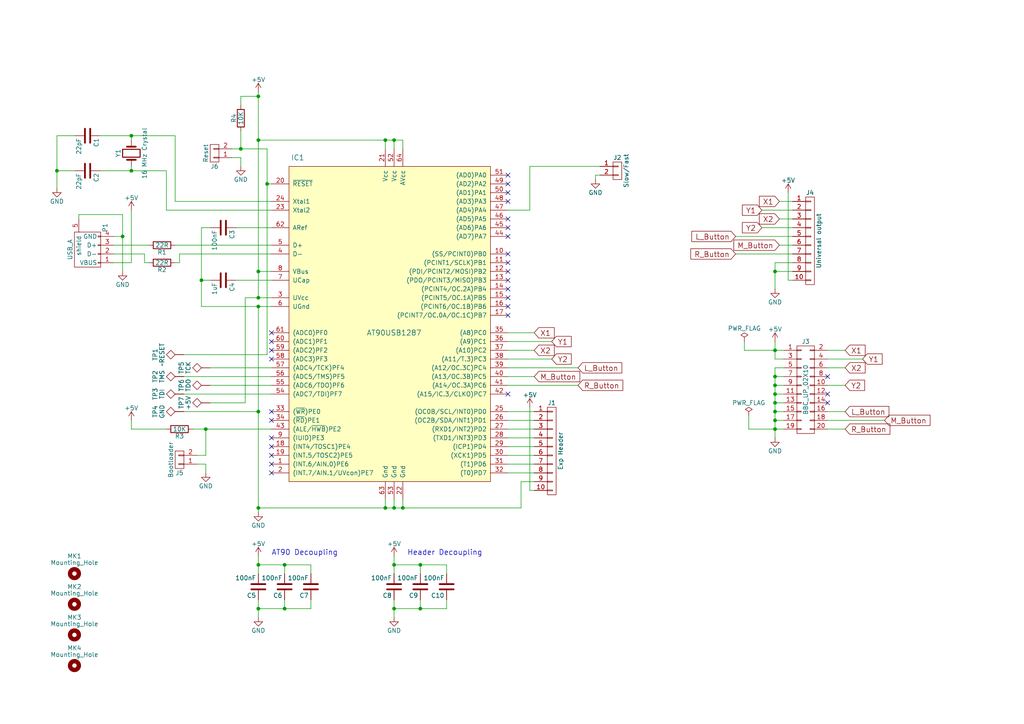
<source format=kicad_sch>
(kicad_sch (version 20230121) (generator eeschema)
  (paper "A4")
  (title_block (title "SmallyMouse2") (date "2017-02-16") (rev "2.0") (company "http://www.WaitingForFriday.com") (comment 1 "(c)2017 Simon Inns") (comment 2 "License: Attribution-ShareAlike 4.0 International (CC BY-SA 4.0)"))
  (lib_symbols
    (symbol "SmallyMouse2-rescue:+5V" (power) (pin_names (offset 0))
      (property "Value" "+5V" (at 0 3.556 0))
      (symbol "+5V_0_1"
        (polyline (pts (xy -0.762 1.27) (xy 0 2.54)))
        (polyline (pts (xy 0 0) (xy 0 2.54)))
        (polyline (pts (xy 0 2.54) (xy 0.762 1.27)))
      )
      (symbol "+5V_1_1"
        (pin power_in line (at 0 0 90) (length 0) hide (name "+5V") (number "1"))
      )
    )
    (symbol "SmallyMouse2-rescue:AT90USB1287-RESCUE-SmallyMouse2" (pin_names (offset 1.016))
      (property "Reference" "IC" (at -27.94 48.26 0))
      (property "Value" "AT90USB1287-RESCUE-SmallyMouse2" (at 0 -2.54 0))
      (symbol "AT90USB1287-RESCUE-SmallyMouse2_0_1"
        (rectangle (start -30.48 45.72) (end 27.94 -45.72) (fill (type background)))
      )
      (symbol "AT90USB1287-RESCUE-SmallyMouse2_1_1"
        (pin bidirectional line (at -35.56 -40.64 0) (length 5.08) (name "(INT.6/AIN.0)PE6") (number "1"))
        (pin bidirectional line (at 33.02 20.32 180) (length 5.08) (name "(SS/PCINT0)PB0") (number "10"))
        (pin bidirectional line (at 33.02 17.78 180) (length 5.08) (name "(PCINT1/SCLK)PB1") (number "11"))
        (pin bidirectional line (at 33.02 15.24 180) (length 5.08) (name "(PDI/PCINT2/MOSI)PB2") (number "12"))
        (pin bidirectional line (at 33.02 12.7 180) (length 5.08) (name "(PDO/PCINT3/MISO)PB3") (number "13"))
        (pin bidirectional line (at 33.02 10.16 180) (length 5.08) (name "(PCINT4/OC.2A)PB4") (number "14"))
        (pin bidirectional line (at 33.02 7.62 180) (length 5.08) (name "(PCINT5/OC.1A)PB5") (number "15"))
        (pin bidirectional line (at 33.02 5.08 180) (length 5.08) (name "(PCINT6/OC.1B)PB6") (number "16"))
        (pin bidirectional line (at 33.02 2.54 180) (length 5.08) (name "(PCINT7/OC.0A/OC.1C)PB7") (number "17"))
        (pin bidirectional line (at -35.56 -35.56 0) (length 5.08) (name "(INT4/TOSC1)PE4") (number "18"))
        (pin bidirectional line (at -35.56 -38.1 0) (length 5.08) (name "(INT.5/TOSC2)PE5") (number "19"))
        (pin bidirectional line (at -35.56 -43.18 0) (length 5.08) (name "(INT.7/AIN.1/UVcon)PE7") (number "2"))
        (pin input line (at -35.56 40.64 0) (length 5.08) (name "~{RESET}") (number "20"))
        (pin power_in line (at -2.54 50.8 270) (length 5.08) (name "Vcc") (number "21"))
        (pin power_in line (at 2.54 -50.8 90) (length 5.08) (name "Gnd") (number "22"))
        (pin input line (at -35.56 33.02 0) (length 5.08) (name "Xtal2") (number "23"))
        (pin input line (at -35.56 35.56 0) (length 5.08) (name "Xtal1") (number "24"))
        (pin bidirectional line (at 33.02 -25.4 180) (length 5.08) (name "(OC0B/SCL/INT0)PD0") (number "25"))
        (pin bidirectional line (at 33.02 -27.94 180) (length 5.08) (name "(OC2B/SDA/INT1)PD1") (number "26"))
        (pin bidirectional line (at 33.02 -30.48 180) (length 5.08) (name "(RXD1/INT2)PD2") (number "27"))
        (pin bidirectional line (at 33.02 -33.02 180) (length 5.08) (name "(TXD1/INT3)PD3") (number "28"))
        (pin bidirectional line (at 33.02 -35.56 180) (length 5.08) (name "(ICP1)PD4") (number "29"))
        (pin power_in line (at -35.56 7.62 0) (length 5.08) (name "UVcc") (number "3"))
        (pin bidirectional line (at 33.02 -38.1 180) (length 5.08) (name "(XCK1)PD5") (number "30"))
        (pin bidirectional line (at 33.02 -40.64 180) (length 5.08) (name "(T1)PD6") (number "31"))
        (pin bidirectional line (at 33.02 -43.18 180) (length 5.08) (name "(T0)PD7") (number "32"))
        (pin bidirectional line (at -35.56 -25.4 0) (length 5.08) (name "(~{WR})PE0") (number "33"))
        (pin bidirectional line (at -35.56 -27.94 0) (length 5.08) (name "(~{RD})PE1") (number "34"))
        (pin bidirectional line (at 33.02 -2.54 180) (length 5.08) (name "(A8)PC0") (number "35"))
        (pin bidirectional line (at 33.02 -5.08 180) (length 5.08) (name "(A9)PC1") (number "36"))
        (pin bidirectional line (at 33.02 -7.62 180) (length 5.08) (name "(A10)PC2") (number "37"))
        (pin bidirectional line (at 33.02 -10.16 180) (length 5.08) (name "(A11/T.3)PC3") (number "38"))
        (pin bidirectional line (at 33.02 -12.7 180) (length 5.08) (name "(A12/OC.3C)PC4") (number "39"))
        (pin bidirectional line (at -35.56 20.32 0) (length 5.08) (name "D-") (number "4"))
        (pin bidirectional line (at 33.02 -15.24 180) (length 5.08) (name "(A13/OC.3B)PC5") (number "40"))
        (pin bidirectional line (at 33.02 -17.78 180) (length 5.08) (name "(A14/OC.3A)PC6") (number "41"))
        (pin bidirectional line (at 33.02 -20.32 180) (length 5.08) (name "(A15/IC.3/CLKO)PC7") (number "42"))
        (pin bidirectional line (at -35.56 -30.48 0) (length 5.08) (name "(ALE/~{HWB})PE2") (number "43"))
        (pin bidirectional line (at 33.02 25.4 180) (length 5.08) (name "(AD7)PA7") (number "44"))
        (pin bidirectional line (at 33.02 27.94 180) (length 5.08) (name "(AD6)PA6") (number "45"))
        (pin bidirectional line (at 33.02 30.48 180) (length 5.08) (name "(AD5)PA5") (number "46"))
        (pin bidirectional line (at 33.02 33.02 180) (length 5.08) (name "(AD4)PA4") (number "47"))
        (pin bidirectional line (at 33.02 35.56 180) (length 5.08) (name "(AD3)PA3") (number "48"))
        (pin bidirectional line (at 33.02 40.64 180) (length 5.08) (name "(AD2)PA2") (number "49"))
        (pin bidirectional line (at -35.56 22.86 0) (length 5.08) (name "D+") (number "5"))
        (pin bidirectional line (at 33.02 38.1 180) (length 5.08) (name "(AD1)PA1") (number "50"))
        (pin bidirectional line (at 33.02 43.18 180) (length 5.08) (name "(AD0)PA0") (number "51"))
        (pin power_in line (at 0 50.8 270) (length 5.08) (name "Vcc") (number "52"))
        (pin power_in line (at 0 -50.8 90) (length 5.08) (name "Gnd") (number "53"))
        (pin bidirectional line (at -35.56 -20.32 0) (length 5.08) (name "(ADC7/TDI)PF7") (number "54"))
        (pin bidirectional line (at -35.56 -17.78 0) (length 5.08) (name "(ADC6/TDO)PF6") (number "55"))
        (pin bidirectional line (at -35.56 -15.24 0) (length 5.08) (name "(ADC5/TMS)PF5") (number "56"))
        (pin bidirectional line (at -35.56 -12.7 0) (length 5.08) (name "(ADC4/TCK)PF4") (number "57"))
        (pin bidirectional line (at -35.56 -10.16 0) (length 5.08) (name "(ADC3)PF3") (number "58"))
        (pin bidirectional line (at -35.56 -7.62 0) (length 5.08) (name "(ADC2)PF2") (number "59"))
        (pin power_in line (at -35.56 5.08 0) (length 5.08) (name "UGnd") (number "6"))
        (pin bidirectional line (at -35.56 -5.08 0) (length 5.08) (name "(ADC1)PF1") (number "60"))
        (pin bidirectional line (at -35.56 -2.54 0) (length 5.08) (name "(ADC0)PF0") (number "61"))
        (pin input line (at -35.56 27.94 0) (length 5.08) (name "ARef") (number "62"))
        (pin power_in line (at -2.54 -50.8 90) (length 5.08) (name "Gnd") (number "63"))
        (pin power_in line (at 2.54 50.8 270) (length 5.08) (name "AVcc") (number "64"))
        (pin bidirectional line (at -35.56 12.7 0) (length 5.08) (name "UCap") (number "7"))
        (pin power_in line (at -35.56 15.24 0) (length 5.08) (name "VBus") (number "8"))
        (pin bidirectional line (at -35.56 -33.02 0) (length 5.08) (name "(IUID)PE3") (number "9"))
      )
    )
    (symbol "SmallyMouse2-rescue:C" (pin_numbers hide) (pin_names (offset 0.254))
      (property "Reference" "C" (at 0.635 2.54 0))
      (property "Value" "C" (at 0.635 -2.54 0))
      (symbol "C_0_1"
        (polyline (pts (xy -2.032 -0.762) (xy 2.032 -0.762)) (stroke (width 0.508)))
        (polyline (pts (xy -2.032 0.762) (xy 2.032 0.762)) (stroke (width 0.508)))
      )
      (symbol "C_1_1"
        (pin passive line (at 0 3.81 270) (length 2.794) (name "~") (number "1"))
        (pin passive line (at 0 -3.81 90) (length 2.794) (name "~") (number "2"))
      )
    )
    (symbol "SmallyMouse2-rescue:CONN_01X02" (pin_names (offset 1.016) hide)
      (property "Reference" "J" (at 0 3.81 0))
      (property "Value" "CONN_01X02" (at 2.54 0 90))
      (symbol "CONN_01X02_0_1"
        (rectangle (start -1.27 -1.143) (end 0.254 -1.397))
        (rectangle (start -1.27 1.397) (end 0.254 1.143))
        (rectangle (start -1.27 2.54) (end 1.27 -2.54))
      )
      (symbol "CONN_01X02_1_1"
        (pin passive line (at -5.08 1.27 0) (length 3.81) (name "P1") (number "1"))
        (pin passive line (at -5.08 -1.27 0) (length 3.81) (name "P2") (number "2"))
      )
    )
    (symbol "SmallyMouse2-rescue:CONN_01X10" (pin_names (offset 1.016) hide)
      (property "Reference" "J" (at 0 13.97 0))
      (property "Value" "CONN_01X10" (at 2.54 0 90))
      (symbol "CONN_01X10_0_1"
        (rectangle (start -1.27 -11.303) (end 0.254 -11.557))
        (rectangle (start -1.27 -8.763) (end 0.254 -9.017))
        (rectangle (start -1.27 -6.223) (end 0.254 -6.477))
        (rectangle (start -1.27 -3.683) (end 0.254 -3.937))
        (rectangle (start -1.27 -1.143) (end 0.254 -1.397))
        (rectangle (start -1.27 1.397) (end 0.254 1.143))
        (rectangle (start -1.27 3.937) (end 0.254 3.683))
        (rectangle (start -1.27 6.477) (end 0.254 6.223))
        (rectangle (start -1.27 9.017) (end 0.254 8.763))
        (rectangle (start -1.27 11.557) (end 0.254 11.303))
        (rectangle (start -1.27 12.7) (end 1.27 -12.7))
      )
      (symbol "CONN_01X10_1_1"
        (pin passive line (at -5.08 11.43 0) (length 3.81) (name "P1") (number "1"))
        (pin passive line (at -5.08 -11.43 0) (length 3.81) (name "P10") (number "10"))
        (pin passive line (at -5.08 8.89 0) (length 3.81) (name "P2") (number "2"))
        (pin passive line (at -5.08 6.35 0) (length 3.81) (name "P3") (number "3"))
        (pin passive line (at -5.08 3.81 0) (length 3.81) (name "P4") (number "4"))
        (pin passive line (at -5.08 1.27 0) (length 3.81) (name "P5") (number "5"))
        (pin passive line (at -5.08 -1.27 0) (length 3.81) (name "P6") (number "6"))
        (pin passive line (at -5.08 -3.81 0) (length 3.81) (name "P7") (number "7"))
        (pin passive line (at -5.08 -6.35 0) (length 3.81) (name "P8") (number "8"))
        (pin passive line (at -5.08 -8.89 0) (length 3.81) (name "P9") (number "9"))
      )
    )
    (symbol "SmallyMouse2-rescue:CONN_02X10" (pin_names (offset 0.0254) hide)
      (property "Reference" "J" (at 0 13.97 0))
      (property "Value" "CONN_02X10" (at 0 0 90))
      (symbol "CONN_02X10_0_1"
        (rectangle (start -2.54 -11.303) (end -1.27 -11.557))
        (rectangle (start -2.54 -8.763) (end -1.27 -9.017))
        (rectangle (start -2.54 -6.223) (end -1.27 -6.477))
        (rectangle (start -2.54 -3.683) (end -1.27 -3.937))
        (rectangle (start -2.54 -1.143) (end -1.27 -1.397))
        (rectangle (start -2.54 1.397) (end -1.27 1.143))
        (rectangle (start -2.54 3.937) (end -1.27 3.683))
        (rectangle (start -2.54 6.477) (end -1.27 6.223))
        (rectangle (start -2.54 9.017) (end -1.27 8.763))
        (rectangle (start -2.54 11.557) (end -1.27 11.303))
        (rectangle (start -2.54 12.7) (end 2.54 -12.7))
        (rectangle (start 1.27 -11.303) (end 2.54 -11.557))
        (rectangle (start 1.27 -8.763) (end 2.54 -9.017))
        (rectangle (start 1.27 -6.223) (end 2.54 -6.477))
        (rectangle (start 1.27 -3.683) (end 2.54 -3.937))
        (rectangle (start 1.27 -1.143) (end 2.54 -1.397))
        (rectangle (start 1.27 1.397) (end 2.54 1.143))
        (rectangle (start 1.27 3.937) (end 2.54 3.683))
        (rectangle (start 1.27 6.477) (end 2.54 6.223))
        (rectangle (start 1.27 9.017) (end 2.54 8.763))
        (rectangle (start 1.27 11.557) (end 2.54 11.303))
      )
      (symbol "CONN_02X10_1_1"
        (pin passive line (at -6.35 11.43 0) (length 3.81) (name "P1") (number "1"))
        (pin passive line (at 6.35 1.27 180) (length 3.81) (name "P10") (number "10"))
        (pin passive line (at -6.35 -1.27 0) (length 3.81) (name "P11") (number "11"))
        (pin passive line (at 6.35 -1.27 180) (length 3.81) (name "P12") (number "12"))
        (pin passive line (at -6.35 -3.81 0) (length 3.81) (name "P13") (number "13"))
        (pin passive line (at 6.35 -3.81 180) (length 3.81) (name "P14") (number "14"))
        (pin passive line (at -6.35 -6.35 0) (length 3.81) (name "P15") (number "15"))
        (pin passive line (at 6.35 -6.35 180) (length 3.81) (name "P16") (number "16"))
        (pin passive line (at -6.35 -8.89 0) (length 3.81) (name "P17") (number "17"))
        (pin passive line (at 6.35 -8.89 180) (length 3.81) (name "P18") (number "18"))
        (pin passive line (at -6.35 -11.43 0) (length 3.81) (name "P19") (number "19"))
        (pin passive line (at 6.35 11.43 180) (length 3.81) (name "P2") (number "2"))
        (pin passive line (at 6.35 -11.43 180) (length 3.81) (name "P20") (number "20"))
        (pin passive line (at -6.35 8.89 0) (length 3.81) (name "P3") (number "3"))
        (pin passive line (at 6.35 8.89 180) (length 3.81) (name "P4") (number "4"))
        (pin passive line (at -6.35 6.35 0) (length 3.81) (name "P5") (number "5"))
        (pin passive line (at 6.35 6.35 180) (length 3.81) (name "P6") (number "6"))
        (pin passive line (at -6.35 3.81 0) (length 3.81) (name "P7") (number "7"))
        (pin passive line (at 6.35 3.81 180) (length 3.81) (name "P8") (number "8"))
        (pin passive line (at -6.35 1.27 0) (length 3.81) (name "P9") (number "9"))
      )
    )
    (symbol "SmallyMouse2-rescue:Crystal" (pin_numbers hide) (pin_names (offset 1.016) hide)
      (property "Reference" "Y" (at 0 3.81 0))
      (property "Value" "Crystal" (at 0 -3.81 0))
      (symbol "Crystal_0_1"
        (rectangle (start -1.143 2.54) (end 1.143 -2.54) (stroke (width 0.3048)))
        (polyline (pts (xy -2.54 0) (xy -1.905 0)))
        (polyline (pts (xy -1.905 -1.27) (xy -1.905 1.27)) (stroke (width 0.508)))
        (polyline (pts (xy 1.905 -1.27) (xy 1.905 1.27)) (stroke (width 0.508)))
        (polyline (pts (xy 2.54 0) (xy 1.905 0)))
      )
      (symbol "Crystal_1_1"
        (pin passive line (at -3.81 0 0) (length 1.27) (name "1") (number "1"))
        (pin passive line (at 3.81 0 180) (length 1.27) (name "2") (number "2"))
      )
    )
    (symbol "SmallyMouse2-rescue:GND" (power) (pin_names (offset 0))
      (property "Value" "GND" (at 0 -3.81 0))
      (symbol "GND_0_1"
        (polyline (pts (xy 0 0) (xy 0 -1.27) (xy 1.27 -1.27) (xy 0 -2.54) (xy -1.27 -1.27) (xy 0 -1.27)))
      )
      (symbol "GND_1_1"
        (pin power_in line (at 0 0 270) (length 0) hide (name "GND") (number "1"))
      )
    )
    (symbol "SmallyMouse2-rescue:Mounting_Hole" (pin_names (offset 1.016))
      (property "Reference" "MK" (at 0 5.08 0))
      (property "Value" "Mounting_Hole" (at 0 3.175 0))
      (symbol "Mounting_Hole_0_1"
        (circle (center 0 0) (radius 1.27) (stroke (width 1.27)))
      )
    )
    (symbol "SmallyMouse2-rescue:PWR_FLAG" (power) (pin_numbers hide) (pin_names (offset 0) hide)
      (property "Value" "PWR_FLAG" (at 0 3.81 0))
      (symbol "PWR_FLAG_0_0"
        (pin power_out line (at 0 0 90) (length 0) (name "pwr") (number "1"))
      )
      (symbol "PWR_FLAG_0_1"
        (polyline (pts (xy 0 0) (xy 0 1.27) (xy -1.016 1.905) (xy 0 2.54) (xy 1.016 1.905) (xy 0 1.27)))
      )
    )
    (symbol "SmallyMouse2-rescue:R" (pin_numbers hide) (pin_names (offset 0))
      (property "Reference" "R" (at 2.032 0 90))
      (property "Value" "R" (at 0 0 90))
      (symbol "R_0_1"
        (rectangle (start -1.016 -2.54) (end 1.016 2.54) (stroke (width 0.254)))
      )
      (symbol "R_1_1"
        (pin passive line (at 0 3.81 270) (length 1.27) (name "~") (number "1"))
        (pin passive line (at 0 -3.81 90) (length 1.27) (name "~") (number "2"))
      )
    )
    (symbol "SmallyMouse2-rescue:TEST" (pin_numbers hide) (pin_names (offset 1.016) hide)
      (property "Reference" "TP" (at 0 7.62 0))
      (property "Value" "TEST" (at 0 6.35 0))
      (symbol "TEST_0_1"
        (polyline (pts (xy 0 5.08) (xy -1.27 3.81) (xy 0 2.54) (xy 1.27 3.81) (xy 0 5.08) (xy 0 5.08)))
      )
      (symbol "TEST_1_1"
        (pin passive line (at 0 0 90) (length 2.54) (name "~") (number "1"))
      )
    )
    (symbol "SmallyMouse2-rescue:USB_A-RESCUE-SmallyMouse2" (pin_names (offset 1.016))
      (property "Reference" "P" (at 5.08 -5.08 0))
      (property "Value" "USB_A-RESCUE-SmallyMouse2" (at -1.27 5.08 0))
      (symbol "USB_A-RESCUE-SmallyMouse2_0_1"
        (rectangle (start -6.35 -3.81) (end 3.81 3.81))
        (rectangle (start -5.207 -3.81) (end -4.953 -3.048))
        (rectangle (start -2.667 -3.81) (end -2.413 -3.048))
        (rectangle (start -0.127 -3.81) (end 0.127 -3.048))
        (rectangle (start 2.413 -3.81) (end 2.667 -3.048))
      )
      (symbol "USB_A-RESCUE-SmallyMouse2_1_1"
        (pin power_in line (at -5.08 -7.62 90) (length 3.81) (name "VBUS") (number "1"))
        (pin passive line (at -2.54 -7.62 90) (length 3.81) (name "D-") (number "2"))
        (pin passive line (at 0 -7.62 90) (length 3.81) (name "D+") (number "3"))
        (pin power_in line (at 2.54 -7.62 90) (length 3.81) (name "GND") (number "4"))
        (pin passive line (at 7.62 2.54 180) (length 3.81) (name "shield") (number "5"))
      )
    )
  )
  (junction (at 74.93 163.83))
  (junction (at 114.3 147.32))
  (junction (at 224.79 114.3))
  (junction (at 114.3 40.64))
  (junction (at 224.79 78.74))
  (junction (at 224.79 116.84))
  (junction (at 121.92 176.53))
  (junction (at 58.42 81.28))
  (junction (at 74.93 86.36))
  (junction (at 38.1 39.37))
  (junction (at 82.55 176.53))
  (junction (at 224.79 101.6))
  (junction (at 59.69 124.46))
  (junction (at 224.79 119.38))
  (junction (at 111.76 40.64))
  (junction (at 69.85 43.18))
  (junction (at 74.93 147.32))
  (junction (at 74.93 78.74))
  (junction (at 224.79 109.22))
  (junction (at 82.55 163.83))
  (junction (at 224.79 121.92))
  (junction (at 77.47 53.34))
  (junction (at 116.84 147.32))
  (junction (at 35.56 68.58))
  (junction (at 74.93 40.64))
  (junction (at 74.93 119.38))
  (junction (at 111.76 147.32))
  (junction (at 224.79 124.46))
  (junction (at 16.51 49.53))
  (junction (at 38.1 49.53))
  (junction (at 74.93 176.53))
  (junction (at 74.93 27.94))
  (junction (at 114.3 176.53))
  (junction (at 224.79 111.76))
  (junction (at 74.93 88.9))
  (junction (at 121.92 163.83))
  (junction (at 114.3 163.83))
  (no_connect (at 78.74 96.52))
  (no_connect (at 147.32 66.04))
  (no_connect (at 78.74 99.06))
  (no_connect (at 240.03 109.22))
  (no_connect (at 147.32 68.58))
  (no_connect (at 78.74 134.62))
  (no_connect (at 78.74 104.14))
  (no_connect (at 147.32 53.34))
  (no_connect (at 147.32 63.5))
  (no_connect (at 78.74 137.16))
  (no_connect (at 147.32 58.42))
  (no_connect (at 147.32 73.66))
  (no_connect (at 147.32 76.2))
  (no_connect (at 147.32 88.9))
  (no_connect (at 78.74 132.08))
  (no_connect (at 147.32 86.36))
  (no_connect (at 147.32 55.88))
  (no_connect (at 147.32 81.28))
  (no_connect (at 147.32 114.3))
  (no_connect (at 147.32 78.74))
  (no_connect (at 78.74 101.6))
  (no_connect (at 78.74 121.92))
  (no_connect (at 78.74 119.38))
  (no_connect (at 147.32 91.44))
  (no_connect (at 78.74 127))
  (no_connect (at 147.32 83.82))
  (no_connect (at 147.32 50.8))
  (no_connect (at 240.03 116.84))
  (no_connect (at 78.74 129.54))
  (no_connect (at 240.03 114.3))
  (wire (pts (xy 58.42 81.28) (xy 58.42 88.9)))
  (wire (pts (xy 82.55 163.83) (xy 90.17 163.83)))
  (wire (pts (xy 82.55 166.37) (xy 82.55 163.83)))
  (wire (pts (xy 33.02 76.2) (xy 38.1 76.2)))
  (wire (pts (xy 48.26 60.96) (xy 48.26 49.53)))
  (wire (pts (xy 77.47 43.18) (xy 77.47 53.34)))
  (wire (pts (xy 154.94 139.7) (xy 151.13 139.7)))
  (wire (pts (xy 111.76 40.64) (xy 114.3 40.64)))
  (wire (pts (xy 38.1 39.37) (xy 29.21 39.37)))
  (wire (pts (xy 48.26 49.53) (xy 38.1 49.53)))
  (wire (pts (xy 173.99 50.8) (xy 172.72 50.8)))
  (wire (pts (xy 147.32 111.76) (xy 167.64 111.76)))
  (wire (pts (xy 224.79 76.2) (xy 224.79 78.74)))
  (wire (pts (xy 82.55 173.99) (xy 82.55 176.53)))
  (wire (pts (xy 74.93 173.99) (xy 74.93 176.53)))
  (wire (pts (xy 69.85 45.72) (xy 69.85 48.26)))
  (wire (pts (xy 69.85 27.94) (xy 74.93 27.94)))
  (wire (pts (xy 240.03 111.76) (xy 245.11 111.76)))
  (wire (pts (xy 111.76 144.78) (xy 111.76 147.32)))
  (wire (pts (xy 38.1 40.64) (xy 38.1 39.37)))
  (wire (pts (xy 38.1 76.2) (xy 38.1 60.96)))
  (wire (pts (xy 60.96 106.68) (xy 78.74 106.68)))
  (wire (pts (xy 227.33 106.68) (xy 224.79 106.68)))
  (wire (pts (xy 71.12 116.84) (xy 71.12 86.36)))
  (wire (pts (xy 77.47 53.34) (xy 77.47 102.87)))
  (wire (pts (xy 59.69 132.08) (xy 59.69 124.46)))
  (wire (pts (xy 147.32 99.06) (xy 160.02 99.06)))
  (wire (pts (xy 114.3 40.64) (xy 116.84 40.64)))
  (wire (pts (xy 153.67 142.24) (xy 153.67 118.11)))
  (wire (pts (xy 224.79 106.68) (xy 224.79 109.22)))
  (wire (pts (xy 69.85 30.48) (xy 69.85 27.94)))
  (wire (pts (xy 60.96 111.76) (xy 78.74 111.76)))
  (wire (pts (xy 114.3 147.32) (xy 116.84 147.32)))
  (wire (pts (xy 74.93 88.9) (xy 74.93 119.38)))
  (wire (pts (xy 57.15 132.08) (xy 59.69 132.08)))
  (wire (pts (xy 38.1 48.26) (xy 38.1 49.53)))
  (wire (pts (xy 114.3 176.53) (xy 114.3 179.07)))
  (wire (pts (xy 213.36 68.58) (xy 229.87 68.58)))
  (wire (pts (xy 41.91 73.66) (xy 33.02 73.66)))
  (wire (pts (xy 114.3 161.29) (xy 114.3 163.83)))
  (wire (pts (xy 215.9 99.06) (xy 215.9 101.6)))
  (wire (pts (xy 114.3 176.53) (xy 121.92 176.53)))
  (wire (pts (xy 114.3 163.83) (xy 114.3 166.37)))
  (wire (pts (xy 35.56 62.23) (xy 35.56 68.58)))
  (wire (pts (xy 224.79 121.92) (xy 224.79 124.46)))
  (wire (pts (xy 69.85 38.1) (xy 69.85 43.18)))
  (wire (pts (xy 71.12 86.36) (xy 74.93 86.36)))
  (wire (pts (xy 224.79 104.14) (xy 227.33 104.14)))
  (wire (pts (xy 38.1 124.46) (xy 38.1 121.92)))
  (wire (pts (xy 74.93 86.36) (xy 78.74 86.36)))
  (wire (pts (xy 217.17 124.46) (xy 224.79 124.46)))
  (wire (pts (xy 147.32 60.96) (xy 153.67 60.96)))
  (wire (pts (xy 74.93 163.83) (xy 74.93 166.37)))
  (wire (pts (xy 59.69 134.62) (xy 59.69 137.16)))
  (wire (pts (xy 78.74 73.66) (xy 52.07 73.66)))
  (wire (pts (xy 226.06 71.12) (xy 229.87 71.12)))
  (wire (pts (xy 114.3 147.32) (xy 114.3 144.78)))
  (wire (pts (xy 147.32 127) (xy 154.94 127)))
  (wire (pts (xy 58.42 66.04) (xy 58.42 81.28)))
  (wire (pts (xy 74.93 26.67) (xy 74.93 27.94)))
  (wire (pts (xy 147.32 119.38) (xy 154.94 119.38)))
  (wire (pts (xy 227.33 121.92) (xy 224.79 121.92)))
  (wire (pts (xy 121.92 173.99) (xy 121.92 176.53)))
  (wire (pts (xy 226.06 63.5) (xy 229.87 63.5)))
  (wire (pts (xy 22.86 62.23) (xy 35.56 62.23)))
  (wire (pts (xy 74.93 40.64) (xy 74.93 78.74)))
  (wire (pts (xy 74.93 40.64) (xy 111.76 40.64)))
  (wire (pts (xy 224.79 109.22) (xy 224.79 111.76)))
  (wire (pts (xy 147.32 106.68) (xy 167.64 106.68)))
  (wire (pts (xy 153.67 48.26) (xy 173.99 48.26)))
  (wire (pts (xy 147.32 109.22) (xy 154.94 109.22)))
  (wire (pts (xy 240.03 119.38) (xy 245.11 119.38)))
  (wire (pts (xy 224.79 114.3) (xy 224.79 116.84)))
  (wire (pts (xy 147.32 134.62) (xy 154.94 134.62)))
  (wire (pts (xy 90.17 163.83) (xy 90.17 166.37)))
  (wire (pts (xy 121.92 176.53) (xy 129.54 176.53)))
  (wire (pts (xy 78.74 58.42) (xy 50.8 58.42)))
  (wire (pts (xy 38.1 49.53) (xy 29.21 49.53)))
  (wire (pts (xy 116.84 40.64) (xy 116.84 43.18)))
  (wire (pts (xy 154.94 142.24) (xy 153.67 142.24)))
  (wire (pts (xy 224.79 101.6) (xy 227.33 101.6)))
  (wire (pts (xy 60.96 66.04) (xy 58.42 66.04)))
  (wire (pts (xy 224.79 111.76) (xy 224.79 114.3)))
  (wire (pts (xy 121.92 163.83) (xy 129.54 163.83)))
  (wire (pts (xy 43.18 71.12) (xy 33.02 71.12)))
  (wire (pts (xy 147.32 121.92) (xy 154.94 121.92)))
  (wire (pts (xy 224.79 124.46) (xy 224.79 127)))
  (wire (pts (xy 90.17 176.53) (xy 90.17 173.99)))
  (wire (pts (xy 229.87 76.2) (xy 224.79 76.2)))
  (wire (pts (xy 74.93 78.74) (xy 74.93 86.36)))
  (wire (pts (xy 215.9 101.6) (xy 224.79 101.6)))
  (wire (pts (xy 114.3 40.64) (xy 114.3 43.18)))
  (wire (pts (xy 147.32 104.14) (xy 160.02 104.14)))
  (wire (pts (xy 58.42 88.9) (xy 74.93 88.9)))
  (wire (pts (xy 77.47 53.34) (xy 78.74 53.34)))
  (wire (pts (xy 55.88 124.46) (xy 59.69 124.46)))
  (wire (pts (xy 240.03 124.46) (xy 245.11 124.46)))
  (wire (pts (xy 129.54 163.83) (xy 129.54 166.37)))
  (wire (pts (xy 77.47 102.87) (xy 53.34 102.87)))
  (wire (pts (xy 121.92 166.37) (xy 121.92 163.83)))
  (wire (pts (xy 220.98 66.04) (xy 229.87 66.04)))
  (wire (pts (xy 213.36 73.66) (xy 229.87 73.66)))
  (wire (pts (xy 82.55 176.53) (xy 90.17 176.53)))
  (wire (pts (xy 67.31 43.18) (xy 69.85 43.18)))
  (wire (pts (xy 52.07 73.66) (xy 52.07 76.2)))
  (wire (pts (xy 147.32 96.52) (xy 154.94 96.52)))
  (wire (pts (xy 240.03 106.68) (xy 245.11 106.68)))
  (wire (pts (xy 147.32 132.08) (xy 154.94 132.08)))
  (wire (pts (xy 78.74 66.04) (xy 68.58 66.04)))
  (wire (pts (xy 41.91 76.2) (xy 41.91 73.66)))
  (wire (pts (xy 67.31 45.72) (xy 69.85 45.72)))
  (wire (pts (xy 52.07 76.2) (xy 50.8 76.2)))
  (wire (pts (xy 78.74 60.96) (xy 48.26 60.96)))
  (wire (pts (xy 147.32 101.6) (xy 154.94 101.6)))
  (wire (pts (xy 226.06 58.42) (xy 229.87 58.42)))
  (wire (pts (xy 227.33 111.76) (xy 224.79 111.76)))
  (wire (pts (xy 74.93 176.53) (xy 74.93 179.07)))
  (wire (pts (xy 224.79 99.06) (xy 224.79 101.6)))
  (wire (pts (xy 153.67 60.96) (xy 153.67 48.26)))
  (wire (pts (xy 35.56 68.58) (xy 35.56 78.74)))
  (wire (pts (xy 224.79 116.84) (xy 224.79 119.38)))
  (wire (pts (xy 53.34 109.22) (xy 78.74 109.22)))
  (wire (pts (xy 21.59 49.53) (xy 16.51 49.53)))
  (wire (pts (xy 172.72 50.8) (xy 172.72 52.07)))
  (wire (pts (xy 16.51 39.37) (xy 16.51 49.53)))
  (wire (pts (xy 227.33 116.84) (xy 224.79 116.84)))
  (wire (pts (xy 224.79 101.6) (xy 224.79 104.14)))
  (wire (pts (xy 74.93 147.32) (xy 74.93 148.59)))
  (wire (pts (xy 48.26 124.46) (xy 38.1 124.46)))
  (wire (pts (xy 60.96 116.84) (xy 71.12 116.84)))
  (wire (pts (xy 74.93 176.53) (xy 82.55 176.53)))
  (wire (pts (xy 240.03 121.92) (xy 256.54 121.92)))
  (wire (pts (xy 21.59 39.37) (xy 16.51 39.37)))
  (wire (pts (xy 111.76 43.18) (xy 111.76 40.64)))
  (wire (pts (xy 229.87 78.74) (xy 224.79 78.74)))
  (wire (pts (xy 224.79 78.74) (xy 224.79 83.82)))
  (wire (pts (xy 50.8 39.37) (xy 38.1 39.37)))
  (wire (pts (xy 60.96 81.28) (xy 58.42 81.28)))
  (wire (pts (xy 16.51 49.53) (xy 16.51 54.61)))
  (wire (pts (xy 111.76 147.32) (xy 114.3 147.32)))
  (wire (pts (xy 74.93 88.9) (xy 78.74 88.9)))
  (wire (pts (xy 116.84 147.32) (xy 151.13 147.32)))
  (wire (pts (xy 33.02 68.58) (xy 35.56 68.58)))
  (wire (pts (xy 74.93 161.29) (xy 74.93 163.83)))
  (wire (pts (xy 224.79 124.46) (xy 227.33 124.46)))
  (wire (pts (xy 147.32 129.54) (xy 154.94 129.54)))
  (wire (pts (xy 220.98 60.96) (xy 229.87 60.96)))
  (wire (pts (xy 147.32 124.46) (xy 154.94 124.46)))
  (wire (pts (xy 240.03 104.14) (xy 250.19 104.14)))
  (wire (pts (xy 57.15 134.62) (xy 59.69 134.62)))
  (wire (pts (xy 240.03 101.6) (xy 245.11 101.6)))
  (wire (pts (xy 69.85 43.18) (xy 77.47 43.18)))
  (wire (pts (xy 151.13 139.7) (xy 151.13 147.32)))
  (wire (pts (xy 224.79 119.38) (xy 224.79 121.92)))
  (wire (pts (xy 74.93 78.74) (xy 78.74 78.74)))
  (wire (pts (xy 229.87 81.28) (xy 228.6 81.28)))
  (wire (pts (xy 78.74 81.28) (xy 68.58 81.28)))
  (wire (pts (xy 74.93 119.38) (xy 74.93 147.32)))
  (wire (pts (xy 114.3 173.99) (xy 114.3 176.53)))
  (wire (pts (xy 74.93 27.94) (xy 74.93 40.64)))
  (wire (pts (xy 217.17 120.65) (xy 217.17 124.46)))
  (wire (pts (xy 78.74 71.12) (xy 50.8 71.12)))
  (wire (pts (xy 50.8 58.42) (xy 50.8 39.37)))
  (wire (pts (xy 147.32 137.16) (xy 154.94 137.16)))
  (wire (pts (xy 53.34 114.3) (xy 78.74 114.3)))
  (wire (pts (xy 59.69 124.46) (xy 78.74 124.46)))
  (wire (pts (xy 227.33 114.3) (xy 224.79 114.3)))
  (wire (pts (xy 116.84 147.32) (xy 116.84 144.78)))
  (wire (pts (xy 43.18 76.2) (xy 41.91 76.2)))
  (wire (pts (xy 129.54 176.53) (xy 129.54 173.99)))
  (wire (pts (xy 227.33 109.22) (xy 224.79 109.22)))
  (wire (pts (xy 227.33 119.38) (xy 224.79 119.38)))
  (wire (pts (xy 74.93 163.83) (xy 82.55 163.83)))
  (wire (pts (xy 228.6 81.28) (xy 228.6 55.88)))
  (wire (pts (xy 22.86 63.5) (xy 22.86 62.23)))
  (wire (pts (xy 74.93 147.32) (xy 111.76 147.32)))
  (wire (pts (xy 114.3 163.83) (xy 121.92 163.83)))
  (wire (pts (xy 53.34 119.38) (xy 74.93 119.38)))
  (text "Header Decoupling" (at 118.11 161.29 0) (effects (font (size 1.524 1.524)) (justify left bottom)))
  (text "AT90 Decoupling" (at 78.74 161.29 0) (effects (font (size 1.524 1.524)) (justify left bottom)))
  (global_label "X2" (shape input) (at 226.06 63.5 180) (effects (font (size 1.524 1.524))) (property "Intersheetrefs" "${INTERSHEET_REFS}" (effects hide)))
  (global_label "L_Button" (shape input) (at 213.36 68.58 180) (effects (font (size 1.524 1.524))) (property "Intersheetrefs" "${INTERSHEET_REFS}" (effects hide)))
  (global_label "L_Button" (shape input) (at 245.11 119.38 0) (effects (font (size 1.524 1.524))) (property "Intersheetrefs" "${INTERSHEET_REFS}" (effects hide)))
  (global_label "M_Button" (shape input) (at 154.94 109.22 0) (effects (font (size 1.524 1.524))) (property "Intersheetrefs" "${INTERSHEET_REFS}" (effects hide)))
  (global_label "M_Button" (shape input) (at 226.06 71.12 180) (effects (font (size 1.524 1.524))) (property "Intersheetrefs" "${INTERSHEET_REFS}" (effects hide)))
  (global_label "R_Button" (shape input) (at 167.64 111.76 0) (effects (font (size 1.524 1.524))) (property "Intersheetrefs" "${INTERSHEET_REFS}" (effects hide)))
  (global_label "Y1" (shape input) (at 220.98 60.96 180) (effects (font (size 1.524 1.524))) (property "Intersheetrefs" "${INTERSHEET_REFS}" (effects hide)))
  (global_label "X1" (shape input) (at 245.11 101.6 0) (effects (font (size 1.524 1.524))) (property "Intersheetrefs" "${INTERSHEET_REFS}" (effects hide)))
  (global_label "X2" (shape input) (at 245.11 106.68 0) (effects (font (size 1.524 1.524))) (property "Intersheetrefs" "${INTERSHEET_REFS}" (effects hide)))
  (global_label "M_Button" (shape input) (at 256.54 121.92 0) (effects (font (size 1.524 1.524))) (property "Intersheetrefs" "${INTERSHEET_REFS}" (effects hide)))
  (global_label "L_Button" (shape input) (at 167.64 106.68 0) (effects (font (size 1.524 1.524))) (property "Intersheetrefs" "${INTERSHEET_REFS}" (effects hide)))
  (global_label "X1" (shape input) (at 226.06 58.42 180) (effects (font (size 1.524 1.524))) (property "Intersheetrefs" "${INTERSHEET_REFS}" (effects hide)))
  (global_label "R_Button" (shape input) (at 245.11 124.46 0) (effects (font (size 1.524 1.524))) (property "Intersheetrefs" "${INTERSHEET_REFS}" (effects hide)))
  (global_label "Y1" (shape input) (at 250.19 104.14 0) (effects (font (size 1.524 1.524))) (property "Intersheetrefs" "${INTERSHEET_REFS}" (effects hide)))
  (global_label "X1" (shape input) (at 154.94 96.52 0) (effects (font (size 1.524 1.524))) (property "Intersheetrefs" "${INTERSHEET_REFS}" (effects hide)))
  (global_label "Y1" (shape input) (at 160.02 99.06 0) (effects (font (size 1.524 1.524))) (property "Intersheetrefs" "${INTERSHEET_REFS}" (effects hide)))
  (global_label "Y2" (shape input) (at 160.02 104.14 0) (effects (font (size 1.524 1.524))) (property "Intersheetrefs" "${INTERSHEET_REFS}" (effects hide)))
  (global_label "X2" (shape input) (at 154.94 101.6 0) (effects (font (size 1.524 1.524))) (property "Intersheetrefs" "${INTERSHEET_REFS}" (effects hide)))
  (global_label "R_Button" (shape input) (at 213.36 73.66 180) (effects (font (size 1.524 1.524))) (property "Intersheetrefs" "${INTERSHEET_REFS}" (effects hide)))
  (global_label "Y2" (shape input) (at 220.98 66.04 180) (effects (font (size 1.524 1.524))) (property "Intersheetrefs" "${INTERSHEET_REFS}" (effects hide)))
  (global_label "Y2" (shape input) (at 245.11 111.76 0) (effects (font (size 1.524 1.524))) (property "Intersheetrefs" "${INTERSHEET_REFS}" (effects hide)))
  (symbol (lib_id "SmallyMouse2-rescue:AT90USB1287-RESCUE-SmallyMouse2") (at 114.3 93.98 0) (unit 1)
    (property "Reference" "IC1" (at 86.36 45.72 0) (effects (font (size 1.524 1.524))))
    (property "Value" "AT90USB1287" (at 114.3 96.52 0) (effects (font (size 1.524 1.524))))
    (property "Footprint" "Housings_QFP:TQFP-64_14x14mm_Pitch0.8mm" (effects hide))
  )
  (symbol (lib_id "SmallyMouse2-rescue:USB_A-RESCUE-SmallyMouse2") (at 25.4 71.12 90) (unit 1)
    (property "Reference" "P1" (at 30.48 66.04 0))
    (property "Value" "USB_A" (at 20.32 72.39 0))
    (property "Footprint" "SimonsFPLibrary2017:Amphenol_87583-2010BLF" (effects hide))
  )
  (symbol (lib_id "SmallyMouse2-rescue:R") (at 46.99 76.2 270) (unit 1)
    (property "Reference" "R2" (at 46.99 78.232 90))
    (property "Value" "22R" (at 46.99 76.2 90))
    (property "Footprint" "Resistors_SMD:R_0805_HandSoldering" (effects hide))
  )
  (symbol (lib_id "SmallyMouse2-rescue:R") (at 46.99 71.12 270) (unit 1)
    (property "Reference" "R1" (at 46.99 73.152 90))
    (property "Value" "22R" (at 46.99 71.12 90))
    (property "Footprint" "Resistors_SMD:R_0805_HandSoldering" (effects hide))
  )
  (symbol (lib_id "SmallyMouse2-rescue:GND") (at 35.56 78.74 0) (unit 1)
    (property "Reference" "#PWR01" (effects hide))
    (property "Value" "GND" (at 35.56 82.55 0))
  )
  (symbol (lib_id "SmallyMouse2-rescue:+5V") (at 38.1 60.96 0) (unit 1)
    (property "Reference" "#PWR02" (effects hide))
    (property "Value" "+5V" (at 38.1 57.404 0))
  )
  (symbol (lib_id "SmallyMouse2-rescue:+5V") (at 74.93 26.67 0) (unit 1)
    (property "Reference" "#PWR03" (effects hide))
    (property "Value" "+5V" (at 74.93 23.114 0))
  )
  (symbol (lib_id "SmallyMouse2-rescue:GND") (at 74.93 148.59 0) (unit 1)
    (property "Reference" "#PWR04" (effects hide))
    (property "Value" "GND" (at 74.93 152.4 0))
  )
  (symbol (lib_id "SmallyMouse2-rescue:C") (at 64.77 66.04 270) (unit 1)
    (property "Reference" "C3" (at 67.31 66.675 0) (effects (justify left)))
    (property "Value" "100nF" (at 62.23 66.675 0) (effects (justify left)))
    (property "Footprint" "Capacitors_SMD:C_0805_HandSoldering" (effects hide))
  )
  (symbol (lib_id "SmallyMouse2-rescue:C") (at 64.77 81.28 270) (unit 1)
    (property "Reference" "C4" (at 67.31 81.915 0) (effects (justify left)))
    (property "Value" "1uF" (at 62.23 81.915 0) (effects (justify left)))
    (property "Footprint" "Capacitors_SMD:C_0805_HandSoldering" (effects hide))
  )
  (symbol (lib_id "SmallyMouse2-rescue:Crystal") (at 38.1 44.45 90) (unit 1)
    (property "Reference" "Y1" (at 34.29 44.45 0))
    (property "Value" "16 MHz Crystal" (at 41.91 44.45 0))
    (property "Footprint" "Crystals:Crystal_SMD_5032-2pin_5.0x3.2mm_HandSoldering" (effects hide))
  )
  (symbol (lib_id "SmallyMouse2-rescue:C") (at 25.4 39.37 270) (unit 1)
    (property "Reference" "C1" (at 27.94 40.005 0) (effects (justify left)))
    (property "Value" "22pF" (at 22.86 40.005 0) (effects (justify left)))
    (property "Footprint" "Capacitors_SMD:C_0805_HandSoldering" (effects hide))
  )
  (symbol (lib_id "SmallyMouse2-rescue:C") (at 25.4 49.53 270) (unit 1)
    (property "Reference" "C2" (at 27.94 50.165 0) (effects (justify left)))
    (property "Value" "22pF" (at 22.86 50.165 0) (effects (justify left)))
    (property "Footprint" "Capacitors_SMD:C_0805_HandSoldering" (effects hide))
  )
  (symbol (lib_id "SmallyMouse2-rescue:GND") (at 16.51 54.61 0) (unit 1)
    (property "Reference" "#PWR05" (effects hide))
    (property "Value" "GND" (at 16.51 58.42 0))
  )
  (symbol (lib_id "SmallyMouse2-rescue:C") (at 74.93 170.18 180) (unit 1)
    (property "Reference" "C5" (at 74.295 172.72 0) (effects (justify left)))
    (property "Value" "100nF" (at 74.295 167.64 0) (effects (justify left)))
    (property "Footprint" "Capacitors_SMD:C_0805_HandSoldering" (effects hide))
  )
  (symbol (lib_id "SmallyMouse2-rescue:C") (at 82.55 170.18 180) (unit 1)
    (property "Reference" "C6" (at 81.915 172.72 0) (effects (justify left)))
    (property "Value" "100nF" (at 81.915 167.64 0) (effects (justify left)))
    (property "Footprint" "Capacitors_SMD:C_0805_HandSoldering" (effects hide))
  )
  (symbol (lib_id "SmallyMouse2-rescue:C") (at 90.17 170.18 180) (unit 1)
    (property "Reference" "C7" (at 89.535 172.72 0) (effects (justify left)))
    (property "Value" "100nF" (at 89.535 167.64 0) (effects (justify left)))
    (property "Footprint" "Capacitors_SMD:C_0805_HandSoldering" (effects hide))
  )
  (symbol (lib_id "SmallyMouse2-rescue:GND") (at 74.93 179.07 0) (unit 1)
    (property "Reference" "#PWR06" (effects hide))
    (property "Value" "GND" (at 74.93 182.88 0))
  )
  (symbol (lib_id "SmallyMouse2-rescue:+5V") (at 74.93 161.29 0) (unit 1)
    (property "Reference" "#PWR07" (effects hide))
    (property "Value" "+5V" (at 74.93 157.734 0))
  )
  (symbol (lib_id "SmallyMouse2-rescue:TEST") (at 60.96 106.68 90) (unit 1)
    (property "Reference" "TP5" (at 53.34 106.68 0) (effects (justify bottom)))
    (property "Value" "TCK" (at 54.61 106.68 0))
    (property "Footprint" "Measurement_Points:Measurement_Point_Square-SMD-Pad_Small" (effects hide))
  )
  (symbol (lib_id "SmallyMouse2-rescue:TEST") (at 53.34 109.22 90) (unit 1)
    (property "Reference" "TP2" (at 45.72 109.22 0) (effects (justify bottom)))
    (property "Value" "TMS" (at 46.99 109.22 0))
    (property "Footprint" "Measurement_Points:Measurement_Point_Square-SMD-Pad_Small" (effects hide))
  )
  (symbol (lib_id "SmallyMouse2-rescue:TEST") (at 60.96 111.76 90) (unit 1)
    (property "Reference" "TP6" (at 53.34 111.76 0) (effects (justify bottom)))
    (property "Value" "TDO" (at 54.61 111.76 0))
    (property "Footprint" "Measurement_Points:Measurement_Point_Square-SMD-Pad_Small" (effects hide))
  )
  (symbol (lib_id "SmallyMouse2-rescue:TEST") (at 53.34 114.3 90) (unit 1)
    (property "Reference" "TP3" (at 45.72 114.3 0) (effects (justify bottom)))
    (property "Value" "TDI" (at 46.99 114.3 0))
    (property "Footprint" "Measurement_Points:Measurement_Point_Square-SMD-Pad_Small" (effects hide))
  )
  (symbol (lib_id "SmallyMouse2-rescue:TEST") (at 53.34 102.87 90) (unit 1)
    (property "Reference" "TP1" (at 45.72 102.87 0) (effects (justify bottom)))
    (property "Value" "~RESET" (at 46.99 102.87 0))
    (property "Footprint" "Measurement_Points:Measurement_Point_Square-SMD-Pad_Small" (effects hide))
  )
  (symbol (lib_id "SmallyMouse2-rescue:TEST") (at 60.96 116.84 90) (unit 1)
    (property "Reference" "TP7" (at 53.34 116.84 0) (effects (justify bottom)))
    (property "Value" "+5V" (at 54.61 116.84 0))
    (property "Footprint" "Measurement_Points:Measurement_Point_Square-SMD-Pad_Small" (effects hide))
  )
  (symbol (lib_id "SmallyMouse2-rescue:TEST") (at 53.34 119.38 90) (unit 1)
    (property "Reference" "TP4" (at 45.72 119.38 0) (effects (justify bottom)))
    (property "Value" "GND" (at 46.99 119.38 0))
    (property "Footprint" "Measurement_Points:Measurement_Point_Square-SMD-Pad_Small" (effects hide))
  )
  (symbol (lib_id "SmallyMouse2-rescue:CONN_02X10") (at 233.68 113.03 0) (unit 1)
    (property "Reference" "J3" (at 233.68 99.06 0))
    (property "Value" "BBC_UP_02X10" (at 233.68 113.03 90))
    (property "Footprint" "Connectors:IDC_Header_Straight_20pins" (effects hide))
  )
  (symbol (lib_id "SmallyMouse2-rescue:GND") (at 224.79 127 0) (unit 1)
    (property "Reference" "#PWR08" (effects hide))
    (property "Value" "GND" (at 224.79 130.81 0))
  )
  (symbol (lib_id "SmallyMouse2-rescue:+5V") (at 224.79 99.06 0) (unit 1)
    (property "Reference" "#PWR09" (effects hide))
    (property "Value" "+5V" (at 224.79 95.504 0))
  )
  (symbol (lib_id "SmallyMouse2-rescue:CONN_01X02") (at 179.07 49.53 0) (unit 1)
    (property "Reference" "J2" (at 179.07 45.72 0))
    (property "Value" "Slow/Fast" (at 181.61 49.53 90))
    (property "Footprint" "Pin_Headers:Pin_Header_Straight_1x02_Pitch2.54mm" (effects hide))
  )
  (symbol (lib_id "SmallyMouse2-rescue:GND") (at 172.72 52.07 0) (unit 1)
    (property "Reference" "#PWR010" (effects hide))
    (property "Value" "GND" (at 172.72 55.88 0))
  )
  (symbol (lib_id "SmallyMouse2-rescue:CONN_01X10") (at 234.95 69.85 0) (unit 1)
    (property "Reference" "J4" (at 234.95 55.88 0))
    (property "Value" "Universal output" (at 237.49 69.85 90))
    (property "Footprint" "Pin_Headers:Pin_Header_Straight_1x10_Pitch2.54mm" (effects hide))
  )
  (symbol (lib_id "SmallyMouse2-rescue:GND") (at 224.79 83.82 0) (unit 1)
    (property "Reference" "#PWR011" (effects hide))
    (property "Value" "GND" (at 224.79 87.63 0))
  )
  (symbol (lib_id "SmallyMouse2-rescue:GND") (at 59.69 137.16 0) (unit 1)
    (property "Reference" "#PWR018" (effects hide))
    (property "Value" "GND" (at 59.69 140.97 0))
  )
  (symbol (lib_id "SmallyMouse2-rescue:+5V") (at 228.6 55.88 0) (unit 1)
    (property "Reference" "#PWR012" (effects hide))
    (property "Value" "+5V" (at 228.6 52.324 0))
  )
  (symbol (lib_id "SmallyMouse2-rescue:R") (at 52.07 124.46 270) (unit 1)
    (property "Reference" "R3" (at 52.07 126.492 90))
    (property "Value" "10K" (at 52.07 124.46 90))
    (property "Footprint" "Resistors_SMD:R_0805_HandSoldering" (effects hide))
  )
  (symbol (lib_id "SmallyMouse2-rescue:+5V") (at 38.1 121.92 0) (unit 1)
    (property "Reference" "#PWR019" (effects hide))
    (property "Value" "+5V" (at 38.1 118.364 0))
  )
  (symbol (lib_id "SmallyMouse2-rescue:GND") (at 69.85 48.26 0) (unit 1)
    (property "Reference" "#PWR020" (effects hide))
    (property "Value" "GND" (at 69.85 52.07 0))
  )
  (symbol (lib_id "SmallyMouse2-rescue:R") (at 69.85 34.29 180) (unit 1)
    (property "Reference" "R4" (at 67.818 34.29 90))
    (property "Value" "10K" (at 69.85 34.29 90))
    (property "Footprint" "Resistors_SMD:R_0805_HandSoldering" (effects hide))
  )
  (symbol (lib_id "SmallyMouse2-rescue:CONN_01X10") (at 160.02 130.81 0) (unit 1)
    (property "Reference" "J1" (at 160.02 116.84 0))
    (property "Value" "Exp Header" (at 162.56 130.81 90))
    (property "Footprint" "Pin_Headers:Pin_Header_Straight_1x10_Pitch2.54mm" (effects hide))
  )
  (symbol (lib_id "SmallyMouse2-rescue:CONN_01X02") (at 62.23 44.45 180) (unit 1)
    (property "Reference" "J6" (at 62.23 48.26 0))
    (property "Value" "Reset" (at 59.69 44.45 90))
    (property "Footprint" "Pin_Headers:Pin_Header_Straight_1x02_Pitch2.54mm" (effects hide))
  )
  (symbol (lib_id "SmallyMouse2-rescue:CONN_01X02") (at 52.07 133.35 180) (unit 1)
    (property "Reference" "J5" (at 52.07 137.16 0))
    (property "Value" "Bootloader" (at 49.53 133.35 90))
    (property "Footprint" "Pin_Headers:Pin_Header_Straight_1x02_Pitch2.54mm" (effects hide))
  )
  (symbol (lib_id "SmallyMouse2-rescue:+5V") (at 153.67 118.11 0) (unit 1)
    (property "Reference" "#PWR013" (effects hide))
    (property "Value" "+5V" (at 153.67 114.554 0))
  )
  (symbol (lib_id "SmallyMouse2-rescue:C") (at 114.3 170.18 180) (unit 1)
    (property "Reference" "C8" (at 113.665 172.72 0) (effects (justify left)))
    (property "Value" "100nF" (at 113.665 167.64 0) (effects (justify left)))
    (property "Footprint" "Capacitors_SMD:C_0805_HandSoldering" (effects hide))
  )
  (symbol (lib_id "SmallyMouse2-rescue:C") (at 121.92 170.18 180) (unit 1)
    (property "Reference" "C9" (at 121.285 172.72 0) (effects (justify left)))
    (property "Value" "100nF" (at 121.285 167.64 0) (effects (justify left)))
    (property "Footprint" "Capacitors_SMD:C_0805_HandSoldering" (effects hide))
  )
  (symbol (lib_id "SmallyMouse2-rescue:C") (at 129.54 170.18 180) (unit 1)
    (property "Reference" "C10" (at 128.905 172.72 0) (effects (justify left)))
    (property "Value" "100nF" (at 128.905 167.64 0) (effects (justify left)))
    (property "Footprint" "Capacitors_SMD:C_0805_HandSoldering" (effects hide))
  )
  (symbol (lib_id "SmallyMouse2-rescue:GND") (at 114.3 179.07 0) (unit 1)
    (property "Reference" "#PWR014" (effects hide))
    (property "Value" "GND" (at 114.3 182.88 0))
  )
  (symbol (lib_id "SmallyMouse2-rescue:+5V") (at 114.3 161.29 0) (unit 1)
    (property "Reference" "#PWR015" (effects hide))
    (property "Value" "+5V" (at 114.3 157.734 0))
  )
  (symbol (lib_id "SmallyMouse2-rescue:Mounting_Hole") (at 21.59 166.37 0) (unit 1)
    (property "Reference" "MK1" (at 21.59 161.29 0))
    (property "Value" "Mounting_Hole" (at 21.59 163.195 0))
    (property "Footprint" "Mounting_Holes:MountingHole_3.2mm_M3_ISO14580" (effects hide))
  )
  (symbol (lib_id "SmallyMouse2-rescue:Mounting_Hole") (at 21.59 175.26 0) (unit 1)
    (property "Reference" "MK2" (at 21.59 170.18 0))
    (property "Value" "Mounting_Hole" (at 21.59 172.085 0))
    (property "Footprint" "Mounting_Holes:MountingHole_3.2mm_M3_ISO14580" (effects hide))
  )
  (symbol (lib_id "SmallyMouse2-rescue:Mounting_Hole") (at 21.59 184.15 0) (unit 1)
    (property "Reference" "MK3" (at 21.59 179.07 0))
    (property "Value" "Mounting_Hole" (at 21.59 180.975 0))
    (property "Footprint" "Mounting_Holes:MountingHole_3.2mm_M3_ISO14580" (effects hide))
  )
  (symbol (lib_id "SmallyMouse2-rescue:Mounting_Hole") (at 21.59 193.04 0) (unit 1)
    (property "Reference" "MK4" (at 21.59 187.96 0))
    (property "Value" "Mounting_Hole" (at 21.59 189.865 0))
    (property "Footprint" "Mounting_Holes:MountingHole_3.2mm_M3_ISO14580" (effects hide))
  )
  (symbol (lib_id "SmallyMouse2-rescue:PWR_FLAG") (at 215.9 99.06 0) (unit 1)
    (property "Reference" "#FLG016" (effects hide))
    (property "Value" "PWR_FLAG" (at 215.9 95.25 0))
  )
  (symbol (lib_id "SmallyMouse2-rescue:PWR_FLAG") (at 217.17 120.65 0) (unit 1)
    (property "Reference" "#FLG017" (effects hide))
    (property "Value" "PWR_FLAG" (at 217.17 116.84 0))
  )
)
</source>
